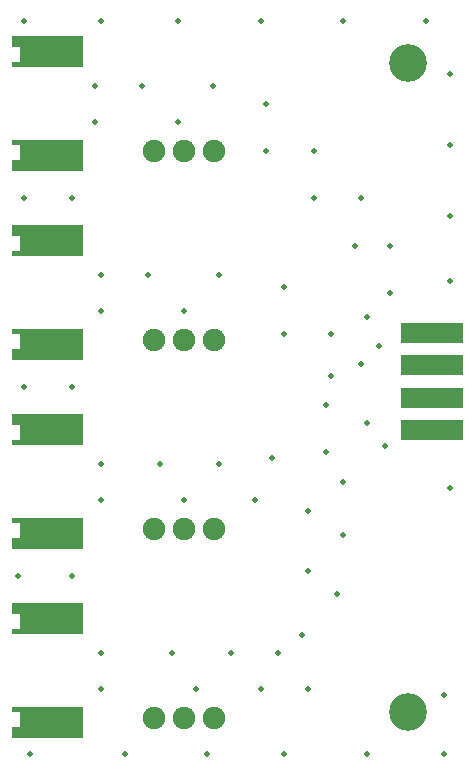
<source format=gbs>
%FSLAX46Y46*%
%MOMM*%
%AMPS14*
21,1,1.700000,5.200000,0.000000,0.000000,270.000000*
%
%ADD14PS14*%
%AMPS13*
1,1,1.900000,0.000000,0.000000*
%
%ADD13PS13*%
%AMPS15*
1,1,0.500000,0.000000,0.000000*
%
%ADD15PS15*%
%AMPS11*
4,1,8,
-5.942000,2.513000,
-5.942000,1.614500,
-5.230800,1.614500,
-5.230800,0.354000,
-5.942000,0.354000,
-5.942000,-0.100000,
0.100000,-0.100000,
0.100000,2.513000,
-5.942000,2.513000,
0*
%
%ADD11PS11*%
%AMPS10*
1,1,3.200000,0.000000,0.000000*
%
%ADD10PS10*%
%AMPS12*
4,1,8,
-5.942000,0.100000,
-5.942000,-0.354000,
-5.230800,-0.354000,
-5.230800,-1.614500,
-5.942000,-1.614500,
-5.942000,-2.513000,
0.100000,-2.513000,
0.100000,0.100000,
-5.942000,0.100000,
0*
%
%ADD12PS12*%
G01*
%LPD*%
G01*
%LPD*%
G75*
D10*
X34000000Y-5000000D03*
D10*
X34000000Y-60000000D03*
D11*
X6342000Y-21325000D03*
D12*
X6342000Y-27675000D03*
D11*
X6342000Y-5325000D03*
D12*
X6342000Y-11675000D03*
D13*
X12460000Y-60500000D03*
D13*
X15000000Y-60500000D03*
D13*
X17540000Y-60500000D03*
D14*
X36000000Y-30625000D03*
D14*
X36000000Y-27875000D03*
D14*
X36000000Y-33375000D03*
D14*
X36000000Y-36125000D03*
D11*
X6342000Y-37325000D03*
D12*
X6342000Y-43675000D03*
D11*
X6342000Y-53325000D03*
D12*
X6342000Y-59675000D03*
D13*
X12460000Y-44500000D03*
D13*
X15000000Y-44500000D03*
D13*
X17540000Y-44500000D03*
D13*
X12460000Y-28500000D03*
D13*
X15000000Y-28500000D03*
D13*
X17540000Y-28500000D03*
D13*
X12460000Y-12500000D03*
D13*
X15000000Y-12500000D03*
D13*
X17540000Y-12500000D03*
D15*
X14500000Y-10000000D03*
D15*
X8000000Y-39000000D03*
D15*
X22000000Y-8500000D03*
D15*
X28500000Y-1500000D03*
D15*
X37500000Y-23500000D03*
D15*
X30500000Y-26500000D03*
D15*
X2000000Y-63500000D03*
D15*
X22500000Y-38500000D03*
D15*
X35500000Y-1500000D03*
D15*
X10000000Y-63500000D03*
D15*
X5500000Y-16500000D03*
D15*
X27000000Y-38000000D03*
D15*
X25500000Y-43000000D03*
D15*
X7500000Y-7000000D03*
D15*
X30500000Y-35500000D03*
D15*
X14500000Y-1500000D03*
D15*
X8000000Y-42000000D03*
D15*
X8000000Y-58000000D03*
D15*
X13000000Y-39000000D03*
D15*
X23500000Y-28000000D03*
D15*
X8000000Y-55000000D03*
D15*
X23500000Y-63500000D03*
D15*
X19000000Y-55000000D03*
D15*
X21500000Y-1500000D03*
D15*
X16000000Y-58000000D03*
D15*
X37000000Y-63500000D03*
D15*
X21000000Y-42000000D03*
D15*
X26000000Y-12500000D03*
D15*
X32000000Y-37500000D03*
D15*
X15000000Y-26000000D03*
D15*
X22000000Y-12500000D03*
D15*
X15000000Y-42000000D03*
D15*
X37500000Y-18000000D03*
D15*
X1000000Y-48500000D03*
D15*
X14000000Y-55000000D03*
D15*
X28000000Y-50000000D03*
D15*
X32500000Y-20500000D03*
D15*
X1500000Y-16500000D03*
D15*
X31500000Y-29000000D03*
D15*
X12000000Y-23000000D03*
D15*
X37000000Y-58500000D03*
D15*
X30000000Y-30500000D03*
D15*
X25000000Y-53500000D03*
D15*
X11500000Y-7000000D03*
D15*
X37500000Y-6000000D03*
D15*
X37500000Y-12000000D03*
D15*
X23000000Y-55000000D03*
D15*
X25500000Y-58000000D03*
D15*
X8000000Y-26000000D03*
D15*
X18000000Y-23000000D03*
D15*
X8000000Y-1500000D03*
D15*
X23500000Y-24000000D03*
D15*
X30500000Y-63500000D03*
D15*
X17500000Y-7000000D03*
D15*
X32500000Y-24500000D03*
D15*
X18000000Y-39000000D03*
D15*
X27000000Y-34000000D03*
D15*
X1500000Y-1500000D03*
D15*
X25500000Y-48000000D03*
D15*
X28500000Y-40500000D03*
D15*
X17000000Y-63500000D03*
D15*
X28500000Y-45000000D03*
D15*
X21500000Y-58000000D03*
D15*
X5500000Y-32500000D03*
D15*
X5500000Y-48500000D03*
D15*
X29500000Y-20500000D03*
D15*
X37500000Y-41000000D03*
D15*
X30000000Y-16500000D03*
D15*
X7500000Y-10000000D03*
D15*
X27500000Y-31500000D03*
D15*
X26000000Y-16500000D03*
D15*
X27500000Y-28000000D03*
D15*
X8000000Y-23000000D03*
D15*
X1500000Y-32500000D03*
M02*

</source>
